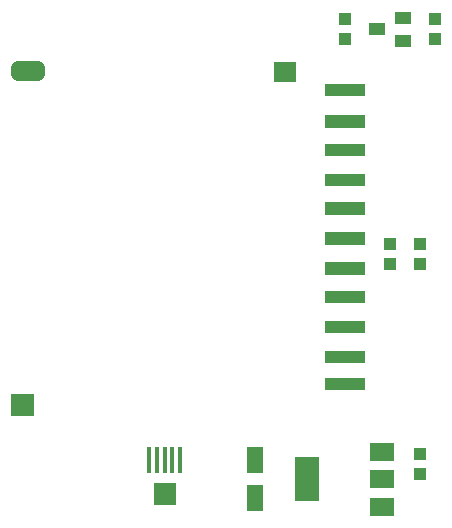
<source format=gtp>
G75*
G70*
%OFA0B0*%
%FSLAX24Y24*%
%IPPOS*%
%LPD*%
%AMOC8*
5,1,8,0,0,1.08239X$1,22.5*
%
%ADD10C,0.0012*%
%ADD11C,0.0020*%
%ADD12C,0.0469*%
%ADD13C,0.0021*%
%ADD14R,0.0787X0.0591*%
%ADD15R,0.0787X0.1496*%
%ADD16R,0.0551X0.0866*%
%ADD17R,0.0394X0.0433*%
%ADD18R,0.0157X0.0886*%
%ADD19R,0.0748X0.0748*%
%ADD20R,0.0433X0.0394*%
%ADD21R,0.0551X0.0394*%
D10*
X011511Y005166D02*
X011511Y005544D01*
X012799Y005544D01*
X012799Y005166D01*
X011511Y005166D01*
X011511Y005177D02*
X012799Y005177D01*
X012799Y005188D02*
X011511Y005188D01*
X011511Y005199D02*
X012799Y005199D01*
X012799Y005210D02*
X011511Y005210D01*
X011511Y005221D02*
X012799Y005221D01*
X012799Y005232D02*
X011511Y005232D01*
X011511Y005243D02*
X012799Y005243D01*
X012799Y005254D02*
X011511Y005254D01*
X011511Y005265D02*
X012799Y005265D01*
X012799Y005276D02*
X011511Y005276D01*
X011511Y005287D02*
X012799Y005287D01*
X012799Y005298D02*
X011511Y005298D01*
X011511Y005309D02*
X012799Y005309D01*
X012799Y005320D02*
X011511Y005320D01*
X011511Y005331D02*
X012799Y005331D01*
X012799Y005342D02*
X011511Y005342D01*
X011511Y005353D02*
X012799Y005353D01*
X012799Y005364D02*
X011511Y005364D01*
X011511Y005375D02*
X012799Y005375D01*
X012799Y005386D02*
X011511Y005386D01*
X011511Y005397D02*
X012799Y005397D01*
X012799Y005408D02*
X011511Y005408D01*
X011511Y005419D02*
X012799Y005419D01*
X012799Y005430D02*
X011511Y005430D01*
X011511Y005441D02*
X012799Y005441D01*
X012799Y005452D02*
X011511Y005452D01*
X011511Y005463D02*
X012799Y005463D01*
X012799Y005474D02*
X011511Y005474D01*
X011511Y005485D02*
X012799Y005485D01*
X012799Y005496D02*
X011511Y005496D01*
X011511Y005507D02*
X012799Y005507D01*
X012799Y005518D02*
X011511Y005518D01*
X011511Y005529D02*
X012799Y005529D01*
X012799Y005540D02*
X011511Y005540D01*
X012799Y006066D02*
X012799Y006444D01*
X012799Y006066D02*
X011511Y006066D01*
X011511Y006444D01*
X012799Y006444D01*
X012799Y006077D02*
X011511Y006077D01*
X011511Y006088D02*
X012799Y006088D01*
X012799Y006099D02*
X011511Y006099D01*
X011511Y006110D02*
X012799Y006110D01*
X012799Y006121D02*
X011511Y006121D01*
X011511Y006132D02*
X012799Y006132D01*
X012799Y006143D02*
X011511Y006143D01*
X011511Y006154D02*
X012799Y006154D01*
X012799Y006165D02*
X011511Y006165D01*
X011511Y006176D02*
X012799Y006176D01*
X012799Y006187D02*
X011511Y006187D01*
X011511Y006198D02*
X012799Y006198D01*
X012799Y006209D02*
X011511Y006209D01*
X011511Y006220D02*
X012799Y006220D01*
X012799Y006231D02*
X011511Y006231D01*
X011511Y006242D02*
X012799Y006242D01*
X012799Y006253D02*
X011511Y006253D01*
X011511Y006264D02*
X012799Y006264D01*
X012799Y006275D02*
X011511Y006275D01*
X011511Y006286D02*
X012799Y006286D01*
X012799Y006297D02*
X011511Y006297D01*
X011511Y006308D02*
X012799Y006308D01*
X012799Y006319D02*
X011511Y006319D01*
X011511Y006330D02*
X012799Y006330D01*
X012799Y006341D02*
X011511Y006341D01*
X011511Y006352D02*
X012799Y006352D01*
X012799Y006363D02*
X011511Y006363D01*
X011511Y006374D02*
X012799Y006374D01*
X012799Y006385D02*
X011511Y006385D01*
X011511Y006396D02*
X012799Y006396D01*
X012799Y006407D02*
X011511Y006407D01*
X011511Y006418D02*
X012799Y006418D01*
X012799Y006429D02*
X011511Y006429D01*
X011511Y006440D02*
X012799Y006440D01*
X012799Y007066D02*
X012799Y007444D01*
X012799Y007066D02*
X011511Y007066D01*
X011511Y007444D01*
X012799Y007444D01*
X012799Y007077D02*
X011511Y007077D01*
X011511Y007088D02*
X012799Y007088D01*
X012799Y007099D02*
X011511Y007099D01*
X011511Y007110D02*
X012799Y007110D01*
X012799Y007121D02*
X011511Y007121D01*
X011511Y007132D02*
X012799Y007132D01*
X012799Y007143D02*
X011511Y007143D01*
X011511Y007154D02*
X012799Y007154D01*
X012799Y007165D02*
X011511Y007165D01*
X011511Y007176D02*
X012799Y007176D01*
X012799Y007187D02*
X011511Y007187D01*
X011511Y007198D02*
X012799Y007198D01*
X012799Y007209D02*
X011511Y007209D01*
X011511Y007220D02*
X012799Y007220D01*
X012799Y007231D02*
X011511Y007231D01*
X011511Y007242D02*
X012799Y007242D01*
X012799Y007253D02*
X011511Y007253D01*
X011511Y007264D02*
X012799Y007264D01*
X012799Y007275D02*
X011511Y007275D01*
X011511Y007286D02*
X012799Y007286D01*
X012799Y007297D02*
X011511Y007297D01*
X011511Y007308D02*
X012799Y007308D01*
X012799Y007319D02*
X011511Y007319D01*
X011511Y007330D02*
X012799Y007330D01*
X012799Y007341D02*
X011511Y007341D01*
X011511Y007352D02*
X012799Y007352D01*
X012799Y007363D02*
X011511Y007363D01*
X011511Y007374D02*
X012799Y007374D01*
X012799Y007385D02*
X011511Y007385D01*
X011511Y007396D02*
X012799Y007396D01*
X012799Y007407D02*
X011511Y007407D01*
X011511Y007418D02*
X012799Y007418D01*
X012799Y007429D02*
X011511Y007429D01*
X011511Y007440D02*
X012799Y007440D01*
X012799Y008066D02*
X012799Y008444D01*
X012799Y008066D02*
X011511Y008066D01*
X011511Y008444D01*
X012799Y008444D01*
X012799Y008077D02*
X011511Y008077D01*
X011511Y008088D02*
X012799Y008088D01*
X012799Y008099D02*
X011511Y008099D01*
X011511Y008110D02*
X012799Y008110D01*
X012799Y008121D02*
X011511Y008121D01*
X011511Y008132D02*
X012799Y008132D01*
X012799Y008143D02*
X011511Y008143D01*
X011511Y008154D02*
X012799Y008154D01*
X012799Y008165D02*
X011511Y008165D01*
X011511Y008176D02*
X012799Y008176D01*
X012799Y008187D02*
X011511Y008187D01*
X011511Y008198D02*
X012799Y008198D01*
X012799Y008209D02*
X011511Y008209D01*
X011511Y008220D02*
X012799Y008220D01*
X012799Y008231D02*
X011511Y008231D01*
X011511Y008242D02*
X012799Y008242D01*
X012799Y008253D02*
X011511Y008253D01*
X011511Y008264D02*
X012799Y008264D01*
X012799Y008275D02*
X011511Y008275D01*
X011511Y008286D02*
X012799Y008286D01*
X012799Y008297D02*
X011511Y008297D01*
X011511Y008308D02*
X012799Y008308D01*
X012799Y008319D02*
X011511Y008319D01*
X011511Y008330D02*
X012799Y008330D01*
X012799Y008341D02*
X011511Y008341D01*
X011511Y008352D02*
X012799Y008352D01*
X012799Y008363D02*
X011511Y008363D01*
X011511Y008374D02*
X012799Y008374D01*
X012799Y008385D02*
X011511Y008385D01*
X011511Y008396D02*
X012799Y008396D01*
X012799Y008407D02*
X011511Y008407D01*
X011511Y008418D02*
X012799Y008418D01*
X012799Y008429D02*
X011511Y008429D01*
X011511Y008440D02*
X012799Y008440D01*
X012799Y009016D02*
X012799Y009394D01*
X012799Y009016D02*
X011511Y009016D01*
X011511Y009394D01*
X012799Y009394D01*
X012799Y009027D02*
X011511Y009027D01*
X011511Y009038D02*
X012799Y009038D01*
X012799Y009049D02*
X011511Y009049D01*
X011511Y009060D02*
X012799Y009060D01*
X012799Y009071D02*
X011511Y009071D01*
X011511Y009082D02*
X012799Y009082D01*
X012799Y009093D02*
X011511Y009093D01*
X011511Y009104D02*
X012799Y009104D01*
X012799Y009115D02*
X011511Y009115D01*
X011511Y009126D02*
X012799Y009126D01*
X012799Y009137D02*
X011511Y009137D01*
X011511Y009148D02*
X012799Y009148D01*
X012799Y009159D02*
X011511Y009159D01*
X011511Y009170D02*
X012799Y009170D01*
X012799Y009181D02*
X011511Y009181D01*
X011511Y009192D02*
X012799Y009192D01*
X012799Y009203D02*
X011511Y009203D01*
X011511Y009214D02*
X012799Y009214D01*
X012799Y009225D02*
X011511Y009225D01*
X011511Y009236D02*
X012799Y009236D01*
X012799Y009247D02*
X011511Y009247D01*
X011511Y009258D02*
X012799Y009258D01*
X012799Y009269D02*
X011511Y009269D01*
X011511Y009280D02*
X012799Y009280D01*
X012799Y009291D02*
X011511Y009291D01*
X011511Y009302D02*
X012799Y009302D01*
X012799Y009313D02*
X011511Y009313D01*
X011511Y009324D02*
X012799Y009324D01*
X012799Y009335D02*
X011511Y009335D01*
X011511Y009346D02*
X012799Y009346D01*
X012799Y009357D02*
X011511Y009357D01*
X011511Y009368D02*
X012799Y009368D01*
X012799Y009379D02*
X011511Y009379D01*
X011511Y009390D02*
X012799Y009390D01*
X012799Y010016D02*
X012799Y010394D01*
X012799Y010016D02*
X011511Y010016D01*
X011511Y010394D01*
X012799Y010394D01*
X012799Y010027D02*
X011511Y010027D01*
X011511Y010038D02*
X012799Y010038D01*
X012799Y010049D02*
X011511Y010049D01*
X011511Y010060D02*
X012799Y010060D01*
X012799Y010071D02*
X011511Y010071D01*
X011511Y010082D02*
X012799Y010082D01*
X012799Y010093D02*
X011511Y010093D01*
X011511Y010104D02*
X012799Y010104D01*
X012799Y010115D02*
X011511Y010115D01*
X011511Y010126D02*
X012799Y010126D01*
X012799Y010137D02*
X011511Y010137D01*
X011511Y010148D02*
X012799Y010148D01*
X012799Y010159D02*
X011511Y010159D01*
X011511Y010170D02*
X012799Y010170D01*
X012799Y010181D02*
X011511Y010181D01*
X011511Y010192D02*
X012799Y010192D01*
X012799Y010203D02*
X011511Y010203D01*
X011511Y010214D02*
X012799Y010214D01*
X012799Y010225D02*
X011511Y010225D01*
X011511Y010236D02*
X012799Y010236D01*
X012799Y010247D02*
X011511Y010247D01*
X011511Y010258D02*
X012799Y010258D01*
X012799Y010269D02*
X011511Y010269D01*
X011511Y010280D02*
X012799Y010280D01*
X012799Y010291D02*
X011511Y010291D01*
X011511Y010302D02*
X012799Y010302D01*
X012799Y010313D02*
X011511Y010313D01*
X011511Y010324D02*
X012799Y010324D01*
X012799Y010335D02*
X011511Y010335D01*
X011511Y010346D02*
X012799Y010346D01*
X012799Y010357D02*
X011511Y010357D01*
X011511Y010368D02*
X012799Y010368D01*
X012799Y010379D02*
X011511Y010379D01*
X011511Y010390D02*
X012799Y010390D01*
X012799Y011016D02*
X012799Y011394D01*
X012799Y011016D02*
X011511Y011016D01*
X011511Y011394D01*
X012799Y011394D01*
X012799Y011027D02*
X011511Y011027D01*
X011511Y011038D02*
X012799Y011038D01*
X012799Y011049D02*
X011511Y011049D01*
X011511Y011060D02*
X012799Y011060D01*
X012799Y011071D02*
X011511Y011071D01*
X011511Y011082D02*
X012799Y011082D01*
X012799Y011093D02*
X011511Y011093D01*
X011511Y011104D02*
X012799Y011104D01*
X012799Y011115D02*
X011511Y011115D01*
X011511Y011126D02*
X012799Y011126D01*
X012799Y011137D02*
X011511Y011137D01*
X011511Y011148D02*
X012799Y011148D01*
X012799Y011159D02*
X011511Y011159D01*
X011511Y011170D02*
X012799Y011170D01*
X012799Y011181D02*
X011511Y011181D01*
X011511Y011192D02*
X012799Y011192D01*
X012799Y011203D02*
X011511Y011203D01*
X011511Y011214D02*
X012799Y011214D01*
X012799Y011225D02*
X011511Y011225D01*
X011511Y011236D02*
X012799Y011236D01*
X012799Y011247D02*
X011511Y011247D01*
X011511Y011258D02*
X012799Y011258D01*
X012799Y011269D02*
X011511Y011269D01*
X011511Y011280D02*
X012799Y011280D01*
X012799Y011291D02*
X011511Y011291D01*
X011511Y011302D02*
X012799Y011302D01*
X012799Y011313D02*
X011511Y011313D01*
X011511Y011324D02*
X012799Y011324D01*
X012799Y011335D02*
X011511Y011335D01*
X011511Y011346D02*
X012799Y011346D01*
X012799Y011357D02*
X011511Y011357D01*
X011511Y011368D02*
X012799Y011368D01*
X012799Y011379D02*
X011511Y011379D01*
X011511Y011390D02*
X012799Y011390D01*
X012799Y011966D02*
X012799Y012344D01*
X012799Y011966D02*
X011511Y011966D01*
X011511Y012344D01*
X012799Y012344D01*
X012799Y011977D02*
X011511Y011977D01*
X011511Y011988D02*
X012799Y011988D01*
X012799Y011999D02*
X011511Y011999D01*
X011511Y012010D02*
X012799Y012010D01*
X012799Y012021D02*
X011511Y012021D01*
X011511Y012032D02*
X012799Y012032D01*
X012799Y012043D02*
X011511Y012043D01*
X011511Y012054D02*
X012799Y012054D01*
X012799Y012065D02*
X011511Y012065D01*
X011511Y012076D02*
X012799Y012076D01*
X012799Y012087D02*
X011511Y012087D01*
X011511Y012098D02*
X012799Y012098D01*
X012799Y012109D02*
X011511Y012109D01*
X011511Y012120D02*
X012799Y012120D01*
X012799Y012131D02*
X011511Y012131D01*
X011511Y012142D02*
X012799Y012142D01*
X012799Y012153D02*
X011511Y012153D01*
X011511Y012164D02*
X012799Y012164D01*
X012799Y012175D02*
X011511Y012175D01*
X011511Y012186D02*
X012799Y012186D01*
X012799Y012197D02*
X011511Y012197D01*
X011511Y012208D02*
X012799Y012208D01*
X012799Y012219D02*
X011511Y012219D01*
X011511Y012230D02*
X012799Y012230D01*
X012799Y012241D02*
X011511Y012241D01*
X011511Y012252D02*
X012799Y012252D01*
X012799Y012263D02*
X011511Y012263D01*
X011511Y012274D02*
X012799Y012274D01*
X012799Y012285D02*
X011511Y012285D01*
X011511Y012296D02*
X012799Y012296D01*
X012799Y012307D02*
X011511Y012307D01*
X011511Y012318D02*
X012799Y012318D01*
X012799Y012329D02*
X011511Y012329D01*
X011511Y012340D02*
X012799Y012340D01*
X012799Y012966D02*
X012799Y013344D01*
X012799Y012966D02*
X011511Y012966D01*
X011511Y013344D01*
X012799Y013344D01*
X012799Y012977D02*
X011511Y012977D01*
X011511Y012988D02*
X012799Y012988D01*
X012799Y012999D02*
X011511Y012999D01*
X011511Y013010D02*
X012799Y013010D01*
X012799Y013021D02*
X011511Y013021D01*
X011511Y013032D02*
X012799Y013032D01*
X012799Y013043D02*
X011511Y013043D01*
X011511Y013054D02*
X012799Y013054D01*
X012799Y013065D02*
X011511Y013065D01*
X011511Y013076D02*
X012799Y013076D01*
X012799Y013087D02*
X011511Y013087D01*
X011511Y013098D02*
X012799Y013098D01*
X012799Y013109D02*
X011511Y013109D01*
X011511Y013120D02*
X012799Y013120D01*
X012799Y013131D02*
X011511Y013131D01*
X011511Y013142D02*
X012799Y013142D01*
X012799Y013153D02*
X011511Y013153D01*
X011511Y013164D02*
X012799Y013164D01*
X012799Y013175D02*
X011511Y013175D01*
X011511Y013186D02*
X012799Y013186D01*
X012799Y013197D02*
X011511Y013197D01*
X011511Y013208D02*
X012799Y013208D01*
X012799Y013219D02*
X011511Y013219D01*
X011511Y013230D02*
X012799Y013230D01*
X012799Y013241D02*
X011511Y013241D01*
X011511Y013252D02*
X012799Y013252D01*
X012799Y013263D02*
X011511Y013263D01*
X011511Y013274D02*
X012799Y013274D01*
X012799Y013285D02*
X011511Y013285D01*
X011511Y013296D02*
X012799Y013296D01*
X012799Y013307D02*
X011511Y013307D01*
X011511Y013318D02*
X012799Y013318D01*
X012799Y013329D02*
X011511Y013329D01*
X011511Y013340D02*
X012799Y013340D01*
X012799Y013916D02*
X012799Y014294D01*
X012799Y013916D02*
X011511Y013916D01*
X011511Y014294D01*
X012799Y014294D01*
X012799Y013927D02*
X011511Y013927D01*
X011511Y013938D02*
X012799Y013938D01*
X012799Y013949D02*
X011511Y013949D01*
X011511Y013960D02*
X012799Y013960D01*
X012799Y013971D02*
X011511Y013971D01*
X011511Y013982D02*
X012799Y013982D01*
X012799Y013993D02*
X011511Y013993D01*
X011511Y014004D02*
X012799Y014004D01*
X012799Y014015D02*
X011511Y014015D01*
X011511Y014026D02*
X012799Y014026D01*
X012799Y014037D02*
X011511Y014037D01*
X011511Y014048D02*
X012799Y014048D01*
X012799Y014059D02*
X011511Y014059D01*
X011511Y014070D02*
X012799Y014070D01*
X012799Y014081D02*
X011511Y014081D01*
X011511Y014092D02*
X012799Y014092D01*
X012799Y014103D02*
X011511Y014103D01*
X011511Y014114D02*
X012799Y014114D01*
X012799Y014125D02*
X011511Y014125D01*
X011511Y014136D02*
X012799Y014136D01*
X012799Y014147D02*
X011511Y014147D01*
X011511Y014158D02*
X012799Y014158D01*
X012799Y014169D02*
X011511Y014169D01*
X011511Y014180D02*
X012799Y014180D01*
X012799Y014191D02*
X011511Y014191D01*
X011511Y014202D02*
X012799Y014202D01*
X012799Y014213D02*
X011511Y014213D01*
X011511Y014224D02*
X012799Y014224D01*
X012799Y014235D02*
X011511Y014235D01*
X011511Y014246D02*
X012799Y014246D01*
X012799Y014257D02*
X011511Y014257D01*
X011511Y014268D02*
X012799Y014268D01*
X012799Y014279D02*
X011511Y014279D01*
X011511Y014290D02*
X012799Y014290D01*
X012799Y014966D02*
X012799Y015344D01*
X012799Y014966D02*
X011511Y014966D01*
X011511Y015344D01*
X012799Y015344D01*
X012799Y014977D02*
X011511Y014977D01*
X011511Y014988D02*
X012799Y014988D01*
X012799Y014999D02*
X011511Y014999D01*
X011511Y015010D02*
X012799Y015010D01*
X012799Y015021D02*
X011511Y015021D01*
X011511Y015032D02*
X012799Y015032D01*
X012799Y015043D02*
X011511Y015043D01*
X011511Y015054D02*
X012799Y015054D01*
X012799Y015065D02*
X011511Y015065D01*
X011511Y015076D02*
X012799Y015076D01*
X012799Y015087D02*
X011511Y015087D01*
X011511Y015098D02*
X012799Y015098D01*
X012799Y015109D02*
X011511Y015109D01*
X011511Y015120D02*
X012799Y015120D01*
X012799Y015131D02*
X011511Y015131D01*
X011511Y015142D02*
X012799Y015142D01*
X012799Y015153D02*
X011511Y015153D01*
X011511Y015164D02*
X012799Y015164D01*
X012799Y015175D02*
X011511Y015175D01*
X011511Y015186D02*
X012799Y015186D01*
X012799Y015197D02*
X011511Y015197D01*
X011511Y015208D02*
X012799Y015208D01*
X012799Y015219D02*
X011511Y015219D01*
X011511Y015230D02*
X012799Y015230D01*
X012799Y015241D02*
X011511Y015241D01*
X011511Y015252D02*
X012799Y015252D01*
X012799Y015263D02*
X011511Y015263D01*
X011511Y015274D02*
X012799Y015274D01*
X012799Y015285D02*
X011511Y015285D01*
X011511Y015296D02*
X012799Y015296D01*
X012799Y015307D02*
X011511Y015307D01*
X011511Y015318D02*
X012799Y015318D01*
X012799Y015329D02*
X011511Y015329D01*
X011511Y015340D02*
X012799Y015340D01*
D11*
X009810Y015430D02*
X009810Y016080D01*
X010500Y016080D01*
X010500Y015430D01*
X009810Y015430D01*
X009810Y015449D02*
X010500Y015449D01*
X010500Y015468D02*
X009810Y015468D01*
X009810Y015487D02*
X010500Y015487D01*
X010500Y015506D02*
X009810Y015506D01*
X009810Y015525D02*
X010500Y015525D01*
X010500Y015544D02*
X009810Y015544D01*
X009810Y015563D02*
X010500Y015563D01*
X010500Y015582D02*
X009810Y015582D01*
X009810Y015601D02*
X010500Y015601D01*
X010500Y015620D02*
X009810Y015620D01*
X009810Y015639D02*
X010500Y015639D01*
X010500Y015658D02*
X009810Y015658D01*
X009810Y015677D02*
X010500Y015677D01*
X010500Y015696D02*
X009810Y015696D01*
X009810Y015715D02*
X010500Y015715D01*
X010500Y015734D02*
X009810Y015734D01*
X009810Y015753D02*
X010500Y015753D01*
X010500Y015772D02*
X009810Y015772D01*
X009810Y015791D02*
X010500Y015791D01*
X010500Y015810D02*
X009810Y015810D01*
X009810Y015829D02*
X010500Y015829D01*
X010500Y015848D02*
X009810Y015848D01*
X009810Y015867D02*
X010500Y015867D01*
X010500Y015886D02*
X009810Y015886D01*
X009810Y015905D02*
X010500Y015905D01*
X010500Y015924D02*
X009810Y015924D01*
X009810Y015943D02*
X010500Y015943D01*
X010500Y015962D02*
X009810Y015962D01*
X009810Y015981D02*
X010500Y015981D01*
X010500Y016000D02*
X009810Y016000D01*
X009810Y016019D02*
X010500Y016019D01*
X010500Y016038D02*
X009810Y016038D01*
X009810Y016057D02*
X010500Y016057D01*
X010500Y016076D02*
X009810Y016076D01*
D12*
X001269Y015856D02*
X001269Y015654D01*
X001269Y015856D02*
X001941Y015856D01*
X001941Y015654D01*
X001269Y015654D01*
D13*
X001040Y005000D02*
X001040Y004310D01*
X001040Y005000D02*
X001770Y005000D01*
X001770Y004310D01*
X001040Y004310D01*
X001040Y004330D02*
X001770Y004330D01*
X001770Y004350D02*
X001040Y004350D01*
X001040Y004370D02*
X001770Y004370D01*
X001770Y004390D02*
X001040Y004390D01*
X001040Y004410D02*
X001770Y004410D01*
X001770Y004430D02*
X001040Y004430D01*
X001040Y004450D02*
X001770Y004450D01*
X001770Y004470D02*
X001040Y004470D01*
X001040Y004490D02*
X001770Y004490D01*
X001770Y004510D02*
X001040Y004510D01*
X001040Y004530D02*
X001770Y004530D01*
X001770Y004550D02*
X001040Y004550D01*
X001040Y004570D02*
X001770Y004570D01*
X001770Y004590D02*
X001040Y004590D01*
X001040Y004610D02*
X001770Y004610D01*
X001770Y004630D02*
X001040Y004630D01*
X001040Y004650D02*
X001770Y004650D01*
X001770Y004670D02*
X001040Y004670D01*
X001040Y004690D02*
X001770Y004690D01*
X001770Y004710D02*
X001040Y004710D01*
X001040Y004730D02*
X001770Y004730D01*
X001770Y004750D02*
X001040Y004750D01*
X001040Y004770D02*
X001770Y004770D01*
X001770Y004790D02*
X001040Y004790D01*
X001040Y004810D02*
X001770Y004810D01*
X001770Y004830D02*
X001040Y004830D01*
X001040Y004850D02*
X001770Y004850D01*
X001770Y004870D02*
X001040Y004870D01*
X001040Y004890D02*
X001770Y004890D01*
X001770Y004910D02*
X001040Y004910D01*
X001040Y004930D02*
X001770Y004930D01*
X001770Y004950D02*
X001040Y004950D01*
X001040Y004970D02*
X001770Y004970D01*
X001770Y004990D02*
X001040Y004990D01*
D14*
X013395Y003061D03*
X013395Y002155D03*
X013395Y001250D03*
D15*
X010915Y002155D03*
D16*
X009155Y001525D03*
X009155Y002785D03*
D17*
X014655Y002990D03*
X014655Y002320D03*
X014655Y009320D03*
X014655Y009990D03*
X013655Y009990D03*
X013655Y009320D03*
X012155Y016820D03*
X012155Y017490D03*
D18*
X006667Y002807D03*
X006411Y002807D03*
X006155Y002807D03*
X005899Y002807D03*
X005643Y002807D03*
D19*
X006155Y001655D03*
D20*
X015155Y016820D03*
X015155Y017490D03*
D21*
X014088Y017529D03*
X014088Y016781D03*
X013222Y017155D03*
M02*

</source>
